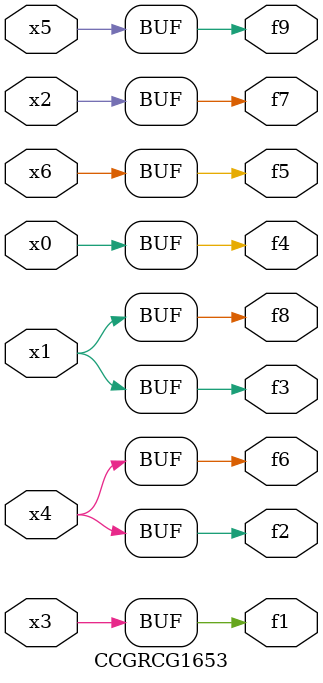
<source format=v>
module CCGRCG1653(
	input x0, x1, x2, x3, x4, x5, x6,
	output f1, f2, f3, f4, f5, f6, f7, f8, f9
);
	assign f1 = x3;
	assign f2 = x4;
	assign f3 = x1;
	assign f4 = x0;
	assign f5 = x6;
	assign f6 = x4;
	assign f7 = x2;
	assign f8 = x1;
	assign f9 = x5;
endmodule

</source>
